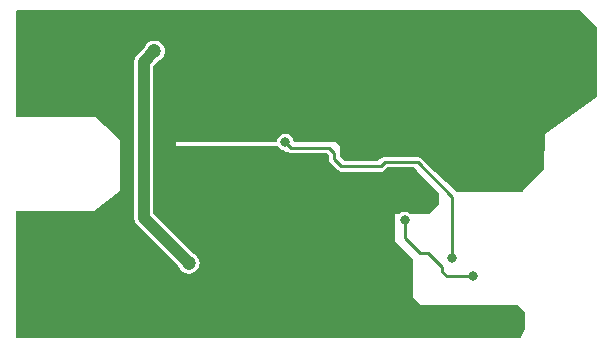
<source format=gbr>
%TF.GenerationSoftware,KiCad,Pcbnew,7.0.2*%
%TF.CreationDate,2023-12-10T20:37:23+01:00*%
%TF.ProjectId,Choinka_EE,43686f69-6e6b-4615-9f45-452e6b696361,rev?*%
%TF.SameCoordinates,Original*%
%TF.FileFunction,Copper,L2,Bot*%
%TF.FilePolarity,Positive*%
%FSLAX46Y46*%
G04 Gerber Fmt 4.6, Leading zero omitted, Abs format (unit mm)*
G04 Created by KiCad (PCBNEW 7.0.2) date 2023-12-10 20:37:23*
%MOMM*%
%LPD*%
G01*
G04 APERTURE LIST*
%TA.AperFunction,ViaPad*%
%ADD10C,1.200000*%
%TD*%
%TA.AperFunction,ViaPad*%
%ADD11C,0.800000*%
%TD*%
%TA.AperFunction,Conductor*%
%ADD12C,1.000000*%
%TD*%
%TA.AperFunction,Conductor*%
%ADD13C,0.250000*%
%TD*%
G04 APERTURE END LIST*
D10*
%TO.N,GND*%
X112000000Y-115600000D03*
X108100000Y-128200000D03*
X121400000Y-113100000D03*
X92500000Y-112600000D03*
X106300000Y-123600000D03*
X92500000Y-117600000D03*
X88300000Y-112600000D03*
X88600000Y-120400000D03*
X102200000Y-117400000D03*
X89800000Y-128900000D03*
%TO.N,+5V*%
X91000000Y-107500000D03*
X93925000Y-125425000D03*
D11*
%TO.N,Net-(U4-SNS)*%
X112200000Y-121800000D03*
X118000000Y-126500000D03*
%TO.N,/Sen_Out*%
X116200000Y-125000000D03*
X102100000Y-115200000D03*
%TD*%
D12*
%TO.N,+5V*%
X91000000Y-107500000D02*
X90100000Y-108400000D01*
X90100000Y-108400000D02*
X90100000Y-121600000D01*
X90100000Y-121600000D02*
X93925000Y-125425000D01*
D13*
%TO.N,Net-(U4-SNS)*%
X115400000Y-125800000D02*
X115400000Y-126150000D01*
X115400000Y-126150000D02*
X115750000Y-126500000D01*
X113500000Y-124600000D02*
X114200000Y-124600000D01*
X112200000Y-121800000D02*
X112200000Y-123300000D01*
X115750000Y-126500000D02*
X118000000Y-126500000D01*
X114200000Y-124600000D02*
X115400000Y-125800000D01*
X112200000Y-123300000D02*
X113500000Y-124600000D01*
%TO.N,/Sen_Out*%
X102600000Y-115700000D02*
X105800000Y-115700000D01*
X106200000Y-116600000D02*
X106800000Y-117200000D01*
X102100000Y-115200000D02*
X102600000Y-115700000D01*
X110500000Y-116900000D02*
X113300000Y-116900000D01*
X105800000Y-115700000D02*
X106200000Y-116100000D01*
X116200000Y-119800000D02*
X116200000Y-125000000D01*
X113300000Y-116900000D02*
X116200000Y-119800000D01*
X110200000Y-117200000D02*
X110500000Y-116900000D01*
X106800000Y-117200000D02*
X110200000Y-117200000D01*
X106200000Y-116100000D02*
X106200000Y-116600000D01*
%TD*%
%TA.AperFunction,Conductor*%
%TO.N,GND*%
G36*
X127015677Y-104019685D02*
G01*
X127036319Y-104036319D01*
X128463681Y-105463681D01*
X128497166Y-105525004D01*
X128500000Y-105551362D01*
X128500000Y-111236856D01*
X128480315Y-111303895D01*
X128448933Y-111337139D01*
X124099999Y-114500000D01*
X124001555Y-117354878D01*
X123979572Y-117421200D01*
X123969798Y-117433557D01*
X123730000Y-117700000D01*
X122236942Y-119358953D01*
X122177465Y-119395613D01*
X122144775Y-119400000D01*
X116648958Y-119400000D01*
X116581919Y-119380315D01*
X116564247Y-119366554D01*
X114782758Y-117700000D01*
X113500000Y-116500000D01*
X113481970Y-116500000D01*
X113452589Y-116492946D01*
X113452525Y-116493354D01*
X113433127Y-116490281D01*
X113433126Y-116490281D01*
X113409270Y-116486502D01*
X113390359Y-116481962D01*
X113367393Y-116474500D01*
X113333488Y-116474500D01*
X110567393Y-116474500D01*
X110432607Y-116474500D01*
X110432606Y-116474500D01*
X110409639Y-116481962D01*
X110390723Y-116486503D01*
X110347479Y-116493353D01*
X110347414Y-116492945D01*
X110318030Y-116500000D01*
X110300001Y-116500000D01*
X110300000Y-116500000D01*
X109967067Y-116749700D01*
X109901625Y-116774176D01*
X109892667Y-116774500D01*
X107125862Y-116774500D01*
X107058823Y-116754815D01*
X107038181Y-116738181D01*
X106736319Y-116436319D01*
X106702834Y-116374996D01*
X106700000Y-116348638D01*
X106700000Y-115500000D01*
X106400000Y-115200000D01*
X102915499Y-115200000D01*
X102848460Y-115180315D01*
X102802705Y-115127511D01*
X102792403Y-115090946D01*
X102785140Y-115031128D01*
X102724818Y-114872070D01*
X102628183Y-114732071D01*
X102500852Y-114619266D01*
X102486588Y-114611780D01*
X102350224Y-114540209D01*
X102225765Y-114509533D01*
X102185056Y-114499500D01*
X102014944Y-114499500D01*
X101982284Y-114507549D01*
X101849775Y-114540209D01*
X101699149Y-114619265D01*
X101571815Y-114732072D01*
X101475182Y-114872069D01*
X101414860Y-115031127D01*
X101407597Y-115090946D01*
X101379975Y-115155124D01*
X101322041Y-115194181D01*
X101284501Y-115200000D01*
X92800000Y-115200000D01*
X92800000Y-115500000D01*
X98700000Y-115500000D01*
X101360262Y-115500000D01*
X101427301Y-115519685D01*
X101432335Y-115523097D01*
X101492618Y-115566156D01*
X101522595Y-115596619D01*
X101571815Y-115667927D01*
X101571816Y-115667928D01*
X101571817Y-115667929D01*
X101699148Y-115780734D01*
X101760852Y-115813119D01*
X101849775Y-115859790D01*
X101909054Y-115874401D01*
X101951452Y-115893895D01*
X102099997Y-115999998D01*
X102100000Y-116000000D01*
X102246890Y-116000000D01*
X102313929Y-116019685D01*
X102334571Y-116036319D01*
X102346780Y-116048528D01*
X102368288Y-116059487D01*
X102384876Y-116069652D01*
X102404417Y-116083849D01*
X102404418Y-116083849D01*
X102404419Y-116083850D01*
X102427381Y-116091310D01*
X102445362Y-116098758D01*
X102455939Y-116104147D01*
X102466874Y-116109719D01*
X102490724Y-116113496D01*
X102509641Y-116118038D01*
X102532607Y-116125500D01*
X102566512Y-116125500D01*
X105572390Y-116125500D01*
X105639429Y-116145185D01*
X105660071Y-116161819D01*
X105738180Y-116239928D01*
X105771665Y-116301251D01*
X105774499Y-116327609D01*
X105774499Y-116557268D01*
X105774500Y-116557273D01*
X105774500Y-116667393D01*
X105781962Y-116690359D01*
X105786502Y-116709270D01*
X105790281Y-116733126D01*
X105790281Y-116733127D01*
X105793354Y-116752525D01*
X105792946Y-116752589D01*
X105800000Y-116781970D01*
X105800000Y-116800000D01*
X105827888Y-116825099D01*
X105842868Y-116844617D01*
X105858002Y-116859750D01*
X105858005Y-116859753D01*
X106437241Y-117438988D01*
X106437246Y-117438995D01*
X106546776Y-117548525D01*
X106546778Y-117548526D01*
X106546780Y-117548528D01*
X106568304Y-117559495D01*
X106584883Y-117569655D01*
X106604419Y-117583849D01*
X106627377Y-117591308D01*
X106645360Y-117598756D01*
X106666874Y-117609718D01*
X106666874Y-117609719D01*
X106670428Y-117610282D01*
X106733564Y-117640210D01*
X106733986Y-117640588D01*
X106799999Y-117700000D01*
X106800000Y-117700000D01*
X110300000Y-117700000D01*
X110435767Y-117564232D01*
X110442151Y-117559596D01*
X110453217Y-117548529D01*
X110453220Y-117548528D01*
X110548528Y-117453220D01*
X110548528Y-117453219D01*
X110639930Y-117361816D01*
X110701252Y-117328334D01*
X110727609Y-117325500D01*
X112971281Y-117325500D01*
X113038320Y-117345185D01*
X113060977Y-117363881D01*
X113285177Y-117598757D01*
X115004545Y-119400000D01*
X115065696Y-119464062D01*
X115097746Y-119526147D01*
X115100000Y-119549681D01*
X115100000Y-120448638D01*
X115080315Y-120515677D01*
X115063681Y-120536319D01*
X114336319Y-121263681D01*
X114274996Y-121297166D01*
X114248638Y-121300000D01*
X112739009Y-121300000D01*
X112671970Y-121280315D01*
X112656782Y-121268815D01*
X112600852Y-121219266D01*
X112450226Y-121140210D01*
X112367640Y-121119854D01*
X112285056Y-121099500D01*
X112114944Y-121099500D01*
X112059887Y-121113070D01*
X111949773Y-121140210D01*
X111799147Y-121219266D01*
X111743218Y-121268815D01*
X111679985Y-121298537D01*
X111660991Y-121300000D01*
X111400000Y-121300000D01*
X111400000Y-123600000D01*
X112863681Y-125063681D01*
X112897166Y-125125004D01*
X112900000Y-125151362D01*
X112900000Y-128300000D01*
X113600000Y-129000000D01*
X121748638Y-129000000D01*
X121815677Y-129019685D01*
X121836319Y-129036319D01*
X122363682Y-129563682D01*
X122397166Y-129625003D01*
X122400000Y-129651361D01*
X122400000Y-130970728D01*
X122386909Y-131026182D01*
X122036245Y-131727511D01*
X122034273Y-131731454D01*
X121986686Y-131782613D01*
X121923364Y-131800000D01*
X79424000Y-131800000D01*
X79356961Y-131780315D01*
X79311206Y-131727511D01*
X79300000Y-131676000D01*
X79300000Y-121690195D01*
X89299500Y-121690195D01*
X89308017Y-121727518D01*
X89310345Y-121741219D01*
X89314631Y-121779252D01*
X89327272Y-121815380D01*
X89331119Y-121828736D01*
X89339638Y-121866058D01*
X89356250Y-121900553D01*
X89361570Y-121913398D01*
X89374209Y-121949520D01*
X89384770Y-121966327D01*
X89394576Y-121981933D01*
X89401298Y-121994095D01*
X89417908Y-122028586D01*
X89441771Y-122058509D01*
X89449818Y-122069850D01*
X89470185Y-122102264D01*
X89502174Y-122134252D01*
X93046262Y-125678340D01*
X93076512Y-125727703D01*
X93097820Y-125793284D01*
X93192466Y-125957216D01*
X93319129Y-126097889D01*
X93472269Y-126209151D01*
X93645197Y-126286144D01*
X93830352Y-126325500D01*
X93830354Y-126325500D01*
X94019648Y-126325500D01*
X94143083Y-126299262D01*
X94204803Y-126286144D01*
X94377730Y-126209151D01*
X94530871Y-126097888D01*
X94657533Y-125957216D01*
X94752179Y-125793284D01*
X94810674Y-125613256D01*
X94830460Y-125425000D01*
X94810674Y-125236744D01*
X94752179Y-125056716D01*
X94752179Y-125056715D01*
X94657533Y-124892783D01*
X94530870Y-124752110D01*
X94377730Y-124640848D01*
X94209809Y-124566084D01*
X94172564Y-124540486D01*
X90936819Y-121304740D01*
X90903334Y-121243417D01*
X90900500Y-121217059D01*
X90900500Y-108782939D01*
X90920185Y-108715900D01*
X90936819Y-108695258D01*
X90936818Y-108695257D01*
X91247566Y-108384510D01*
X91284804Y-108358917D01*
X91452730Y-108284151D01*
X91452730Y-108284150D01*
X91452732Y-108284150D01*
X91605870Y-108172889D01*
X91732533Y-108032216D01*
X91827179Y-107868284D01*
X91853387Y-107787624D01*
X91885674Y-107688256D01*
X91905460Y-107500000D01*
X91885674Y-107311744D01*
X91827179Y-107131716D01*
X91827179Y-107131715D01*
X91732533Y-106967783D01*
X91605870Y-106827110D01*
X91452730Y-106715848D01*
X91279802Y-106638855D01*
X91094648Y-106599500D01*
X91094646Y-106599500D01*
X90905354Y-106599500D01*
X90905352Y-106599500D01*
X90720197Y-106638855D01*
X90547269Y-106715848D01*
X90394129Y-106827110D01*
X90267465Y-106967785D01*
X90172821Y-107131715D01*
X90151511Y-107197297D01*
X90121262Y-107246658D01*
X89580297Y-107787624D01*
X89470185Y-107897735D01*
X89449817Y-107930151D01*
X89441772Y-107941489D01*
X89417908Y-107971413D01*
X89401300Y-108005899D01*
X89394576Y-108018064D01*
X89374211Y-108050475D01*
X89361565Y-108086613D01*
X89356246Y-108099453D01*
X89339639Y-108133938D01*
X89331118Y-108171268D01*
X89327270Y-108184623D01*
X89314631Y-108220743D01*
X89310345Y-108258780D01*
X89308017Y-108272480D01*
X89299500Y-108309803D01*
X89299500Y-121690195D01*
X79300000Y-121690195D01*
X79300000Y-121124000D01*
X79319685Y-121056961D01*
X79372489Y-121011206D01*
X79424000Y-121000000D01*
X85899999Y-121000000D01*
X85900000Y-121000000D01*
X88100000Y-119300000D01*
X88100000Y-115000000D01*
X87591810Y-114540209D01*
X86000001Y-113100000D01*
X86000000Y-113100000D01*
X79424000Y-113100000D01*
X79356961Y-113080315D01*
X79311206Y-113027511D01*
X79300000Y-112976000D01*
X79300000Y-104124000D01*
X79319685Y-104056961D01*
X79372489Y-104011206D01*
X79424000Y-104000000D01*
X126948638Y-104000000D01*
X127015677Y-104019685D01*
G37*
%TD.AperFunction*%
%TD*%
M02*

</source>
